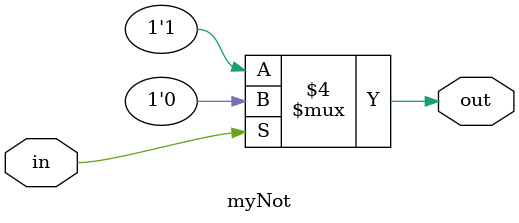
<source format=sv>
module myNot(in, out);
    input in;
    output reg out;
    
    always @(in)
    begin
        if (in == 1)
            out = 0;
        else
            out = 1;
    end
endmodule
</source>
